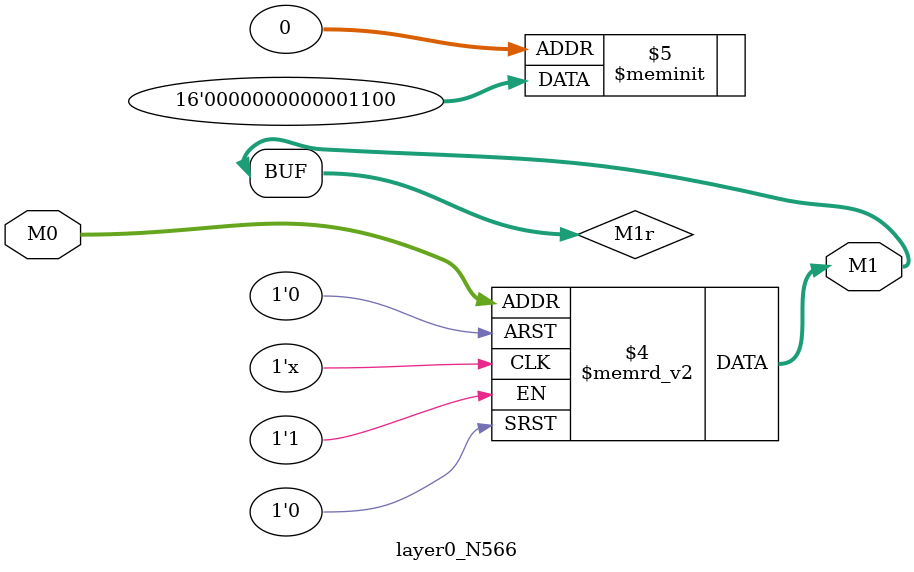
<source format=v>
module layer0_N566 ( input [2:0] M0, output [1:0] M1 );

	(*rom_style = "distributed" *) reg [1:0] M1r;
	assign M1 = M1r;
	always @ (M0) begin
		case (M0)
			3'b000: M1r = 2'b00;
			3'b100: M1r = 2'b00;
			3'b010: M1r = 2'b00;
			3'b110: M1r = 2'b00;
			3'b001: M1r = 2'b11;
			3'b101: M1r = 2'b00;
			3'b011: M1r = 2'b00;
			3'b111: M1r = 2'b00;

		endcase
	end
endmodule

</source>
